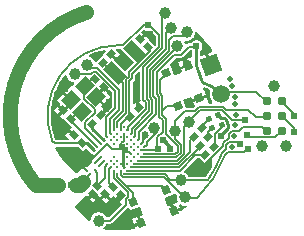
<source format=gtl>
%FSLAX24Y24*%
%MOIN*%
G70*
G01*
G75*
G04 Layer_Physical_Order=1*
G04 Layer_Color=255*
%ADD10C,0.0500*%
%ADD11C,0.0060*%
G04:AMPARAMS|DCode=12|XSize=19.7mil|YSize=23.6mil|CornerRadius=0mil|HoleSize=0mil|Usage=FLASHONLY|Rotation=225.000|XOffset=0mil|YOffset=0mil|HoleType=Round|Shape=Rectangle|*
%AMROTATEDRECTD12*
4,1,4,-0.0014,0.0153,0.0153,-0.0014,0.0014,-0.0153,-0.0153,0.0014,-0.0014,0.0153,0.0*
%
%ADD12ROTATEDRECTD12*%

G04:AMPARAMS|DCode=13|XSize=21.7mil|YSize=23.6mil|CornerRadius=0mil|HoleSize=0mil|Usage=FLASHONLY|Rotation=135.000|XOffset=0mil|YOffset=0mil|HoleType=Round|Shape=Rectangle|*
%AMROTATEDRECTD13*
4,1,4,0.0160,0.0007,-0.0007,-0.0160,-0.0160,-0.0007,0.0007,0.0160,0.0160,0.0007,0.0*
%
%ADD13ROTATEDRECTD13*%

%ADD14C,0.0394*%
G04:AMPARAMS|DCode=15|XSize=19.7mil|YSize=23.6mil|CornerRadius=0mil|HoleSize=0mil|Usage=FLASHONLY|Rotation=135.000|XOffset=0mil|YOffset=0mil|HoleType=Round|Shape=Rectangle|*
%AMROTATEDRECTD15*
4,1,4,0.0153,0.0014,-0.0014,-0.0153,-0.0153,-0.0014,0.0014,0.0153,0.0153,0.0014,0.0*
%
%ADD15ROTATEDRECTD15*%

%ADD16R,0.0236X0.0197*%
%ADD17C,0.0310*%
G04:AMPARAMS|DCode=18|XSize=39.4mil|YSize=70.9mil|CornerRadius=0mil|HoleSize=0mil|Usage=FLASHONLY|Rotation=45.000|XOffset=0mil|YOffset=0mil|HoleType=Round|Shape=Rectangle|*
%AMROTATEDRECTD18*
4,1,4,0.0111,-0.0390,-0.0390,0.0111,-0.0111,0.0390,0.0390,-0.0111,0.0111,-0.0390,0.0*
%
%ADD18ROTATEDRECTD18*%

G04:AMPARAMS|DCode=19|XSize=47.2mil|YSize=43.3mil|CornerRadius=0mil|HoleSize=0mil|Usage=FLASHONLY|Rotation=45.000|XOffset=0mil|YOffset=0mil|HoleType=Round|Shape=Rectangle|*
%AMROTATEDRECTD19*
4,1,4,-0.0014,-0.0320,-0.0320,-0.0014,0.0014,0.0320,0.0320,0.0014,-0.0014,-0.0320,0.0*
%
%ADD19ROTATEDRECTD19*%

%ADD20C,0.0071*%
%ADD21P,0.0251X4X65.0*%
%ADD22R,0.0256X0.0197*%
%ADD23C,0.0087*%
G04:AMPARAMS|DCode=24|XSize=25.6mil|YSize=27.6mil|CornerRadius=0mil|HoleSize=0mil|Usage=FLASHONLY|Rotation=110.000|XOffset=0mil|YOffset=0mil|HoleType=Round|Shape=Rectangle|*
%AMROTATEDRECTD24*
4,1,4,0.0173,-0.0073,-0.0086,-0.0167,-0.0173,0.0073,0.0086,0.0167,0.0173,-0.0073,0.0*
%
%ADD24ROTATEDRECTD24*%

G04:AMPARAMS|DCode=25|XSize=25.6mil|YSize=27.6mil|CornerRadius=0mil|HoleSize=0mil|Usage=FLASHONLY|Rotation=20.000|XOffset=0mil|YOffset=0mil|HoleType=Round|Shape=Rectangle|*
%AMROTATEDRECTD25*
4,1,4,-0.0073,-0.0173,-0.0167,0.0086,0.0073,0.0173,0.0167,-0.0086,-0.0073,-0.0173,0.0*
%
%ADD25ROTATEDRECTD25*%

%ADD26C,0.0100*%
%ADD27C,0.0150*%
%ADD28C,0.0050*%
%ADD29C,0.0080*%
%ADD30C,0.0090*%
%ADD31C,0.0200*%
%ADD32P,0.0835X4X335.0*%
%ADD33C,0.0591*%
%ADD34C,0.0390*%
%ADD35C,0.0240*%
G36*
X937Y-516D02*
X938Y-522D01*
X950Y-550D01*
X965Y-578D01*
X983Y-603D01*
X1004Y-626D01*
D01*
X1004Y-626D01*
X1004Y-626D01*
X1004Y-626D01*
X1004D01*
X1028Y-653D01*
X880Y-800D01*
X869Y-814D01*
X865Y-817D01*
X809Y-803D01*
X811Y-786D01*
Y-581D01*
X888Y-503D01*
X937Y-516D01*
D02*
G37*
G36*
X1530Y-699D02*
X1533Y-702D01*
X1533Y-702D01*
X1533Y-702D01*
X1686Y-855D01*
X1667Y-902D01*
X1529D01*
Y-922D01*
X1420D01*
Y-757D01*
X1436Y-741D01*
X1507Y-698D01*
X1530Y-699D01*
D02*
G37*
G36*
X-279Y826D02*
X-263Y842D01*
X-193Y772D01*
Y281D01*
X-365Y109D01*
X-387Y131D01*
X-541Y-23D01*
X-612Y48D01*
X-458Y202D01*
X-562Y307D01*
X-252Y617D01*
X-370Y735D01*
X-350Y755D01*
X-504Y910D01*
X-433Y980D01*
X-279Y826D01*
D02*
G37*
G36*
X828Y-3317D02*
X738Y-3350D01*
X819Y-3573D01*
X772Y-3590D01*
X789Y-3637D01*
X575Y-3715D01*
X585Y-3743D01*
X559Y-3785D01*
X480Y-3797D01*
X360Y-3810D01*
X240Y-3819D01*
X120Y-3825D01*
X0Y-3827D01*
X-120Y-3825D01*
X-240Y-3819D01*
X-360Y-3810D01*
X-480Y-3797D01*
X-501Y-3794D01*
X-510Y-3745D01*
X-492Y-3735D01*
X-467Y-3717D01*
X-444Y-3696D01*
X-423Y-3673D01*
X-405Y-3648D01*
X-390Y-3620D01*
X-384Y-3605D01*
X-260D01*
X-244Y-3604D01*
X-227Y-3600D01*
X-212Y-3594D01*
X-198Y-3585D01*
X-186Y-3574D01*
X317Y-3072D01*
X366Y-3082D01*
X395Y-3163D01*
X728Y-3042D01*
X828Y-3317D01*
D02*
G37*
G36*
X-641Y-2718D02*
X-619Y-2696D01*
X-591Y-2724D01*
X-451Y-2584D01*
X-416Y-2619D01*
X-380Y-2584D01*
X-226Y-2738D01*
X-159Y-2672D01*
X-66Y-2764D01*
X74Y-2624D01*
X145Y-2695D01*
X4Y-2835D01*
X123Y-2954D01*
X123D01*
Y-2954D01*
Y-2968D01*
X-304Y-3395D01*
X-384D01*
X-390Y-3380D01*
X-405Y-3352D01*
X-423Y-3327D01*
X-444Y-3304D01*
X-467Y-3283D01*
X-492Y-3265D01*
X-520Y-3250D01*
X-548Y-3238D01*
X-578Y-3230D01*
X-609Y-3224D01*
X-640Y-3223D01*
X-671Y-3224D01*
X-702Y-3230D01*
X-732Y-3238D01*
X-760Y-3250D01*
X-788Y-3265D01*
X-813Y-3283D01*
X-836Y-3304D01*
X-857Y-3327D01*
X-875Y-3352D01*
X-890Y-3380D01*
X-902Y-3408D01*
X-910Y-3438D01*
X-916Y-3469D01*
X-917Y-3495D01*
X-932Y-3501D01*
X-973Y-3503D01*
X-1432Y-3045D01*
X-1049Y-2662D01*
X-1006Y-2704D01*
X-866Y-2564D01*
X-831Y-2599D01*
X-795Y-2564D01*
X-641Y-2718D01*
D02*
G37*
G36*
X1974Y-2653D02*
X1970Y-2668D01*
X1964Y-2699D01*
X1963Y-2730D01*
X1964Y-2761D01*
X1970Y-2792D01*
X1978Y-2822D01*
X1990Y-2850D01*
X1992Y-2853D01*
X1974Y-2900D01*
X1829Y-2952D01*
X1893Y-3129D01*
X2061Y-3068D01*
X2031Y-2987D01*
X2065Y-2949D01*
X2068Y-2947D01*
X2092Y-2965D01*
X2120Y-2980D01*
X2148Y-2992D01*
X2178Y-3000D01*
X2209Y-3006D01*
X2240Y-3007D01*
X2271Y-3006D01*
X2294Y-3002D01*
X2314Y-3048D01*
X2249Y-3096D01*
X2151Y-3165D01*
X2140Y-3172D01*
X2102Y-3159D01*
X1881Y-3240D01*
X1864Y-3193D01*
X1817Y-3210D01*
X1735Y-2986D01*
X1678Y-3007D01*
X1633Y-2986D01*
X1557Y-2778D01*
X1578Y-2732D01*
X1878Y-2623D01*
X1878Y-2623D01*
Y-2623D01*
X1919Y-2597D01*
X1974Y-2653D01*
D02*
G37*
G36*
X3150Y-1422D02*
Y-1701D01*
X3100Y-1790D01*
X3040Y-1890D01*
X2977Y-1989D01*
X2946Y-2033D01*
X2355D01*
X2350Y-2020D01*
X2335Y-1992D01*
X2317Y-1967D01*
X2296Y-1944D01*
X2273Y-1923D01*
X2248Y-1905D01*
X2220Y-1890D01*
X2261Y-1792D01*
X2629Y-1425D01*
X2746D01*
X2914Y-1592D01*
X3104Y-1402D01*
X3150Y-1422D01*
D02*
G37*
G36*
X-1169Y-1195D02*
X-1082Y-1108D01*
X-1032D01*
X-884Y-1257D01*
X-868Y-1270D01*
X-851Y-1281D01*
X-832Y-1288D01*
X-815Y-1293D01*
X-814Y-1297D01*
X-809Y-1318D01*
X-801Y-1337D01*
X-790Y-1356D01*
X-776Y-1372D01*
X-776Y-1372D01*
X-774Y-1422D01*
X-815Y-1463D01*
X-822Y-1467D01*
X-837Y-1480D01*
X-850Y-1495D01*
X-860Y-1511D01*
X-867Y-1529D01*
X-872Y-1548D01*
X-873Y-1563D01*
X-1013Y-1703D01*
X-1028Y-1702D01*
X-1050Y-1704D01*
X-1072Y-1709D01*
X-1093Y-1718D01*
X-1112Y-1730D01*
X-1130Y-1744D01*
X-1145Y-1745D01*
X-1160Y-1730D01*
X-1347Y-1917D01*
X-1363Y-1917D01*
X-1376Y-1905D01*
X-1376D01*
X-1376Y-1905D01*
X-1376Y-1905D01*
X-1382Y-1902D01*
X-1455Y-1846D01*
X-1527Y-1787D01*
X-1596Y-1726D01*
X-1662Y-1662D01*
X-1726Y-1596D01*
X-1787Y-1527D01*
X-1846Y-1455D01*
X-1902Y-1382D01*
X-1954Y-1306D01*
X-2004Y-1228D01*
X-2051Y-1149D01*
X-2086Y-1082D01*
X-2061Y-1039D01*
X-1325D01*
X-1169Y-1195D01*
D02*
G37*
G36*
X740Y1444D02*
Y573D01*
X707Y540D01*
Y540D01*
X544Y377D01*
X498Y396D01*
Y1112D01*
X550Y1164D01*
X561Y1177D01*
X570Y1192D01*
X573Y1198D01*
X577Y1208D01*
X581Y1225D01*
X582Y1242D01*
Y1352D01*
X693Y1463D01*
X740Y1444D01*
D02*
G37*
G36*
X0Y2231D02*
X93D01*
X543Y1781D01*
X284Y1521D01*
X272Y1508D01*
X269Y1502D01*
X248Y1500D01*
X193Y1523D01*
X-137Y1852D01*
X-126Y1864D01*
X-266Y2004D01*
X-195Y2075D01*
X-55Y1934D01*
X64Y2053D01*
X-68Y2185D01*
X-50Y2231D01*
X-13Y2232D01*
X0Y2231D01*
D02*
G37*
G36*
X-404Y2147D02*
X-525Y2025D01*
X-511Y2011D01*
X-728Y1794D01*
X-777Y1804D01*
X-780Y1810D01*
X-795Y1838D01*
X-813Y1863D01*
X-834Y1886D01*
X-857Y1907D01*
X-882Y1925D01*
X-910Y1940D01*
X-938Y1952D01*
X-967Y1960D01*
X-968Y1964D01*
X-959Y2016D01*
X-897Y2044D01*
X-812Y2080D01*
X-725Y2112D01*
X-637Y2140D01*
X-548Y2164D01*
X-458Y2185D01*
X-427Y2191D01*
X-404Y2147D01*
D02*
G37*
G36*
X868Y2851D02*
X890Y2836D01*
X913Y2825D01*
X938Y2816D01*
X964Y2811D01*
X990Y2810D01*
X1016Y2811D01*
X1042Y2816D01*
X1067Y2825D01*
X1071Y2827D01*
X1260Y2638D01*
Y2341D01*
X1225Y2307D01*
X1011Y2521D01*
X1025Y2535D01*
X906Y2654D01*
X766Y2514D01*
X695Y2585D01*
X836Y2725D01*
X781Y2779D01*
X860Y2858D01*
X868Y2851D01*
D02*
G37*
G36*
X2461Y2188D02*
X2478Y2168D01*
X2480Y2167D01*
Y1961D01*
X2468Y1959D01*
X2468D01*
X2468Y1959D01*
X2292Y1895D01*
X2370Y1681D01*
X2323Y1664D01*
X2340Y1617D01*
X2116Y1535D01*
X2137Y1478D01*
X2116Y1433D01*
X1908Y1357D01*
X1862Y1378D01*
X1753Y1678D01*
X1753Y1678D01*
X1753D01*
X1727Y1719D01*
X1931Y1923D01*
X2095D01*
X2112Y1924D01*
X2129Y1928D01*
X2145Y1935D01*
X2160Y1944D01*
X2173Y1955D01*
X2408Y2190D01*
X2460D01*
X2461Y2188D01*
D02*
G37*
G36*
X-1715Y1357D02*
X-1710Y1328D01*
X-1702Y1298D01*
X-1690Y1270D01*
X-1675Y1242D01*
X-1657Y1217D01*
X-1636Y1194D01*
X-1613Y1173D01*
X-1588Y1155D01*
X-1560Y1140D01*
X-1532Y1128D01*
X-1502Y1120D01*
X-1471Y1114D01*
X-1465Y1114D01*
X-1448Y1067D01*
X-1537Y978D01*
X-1537Y978D01*
D01*
X-1560D01*
X-1563Y981D01*
X-1765Y778D01*
X-1541Y554D01*
X-1612Y484D01*
X-1836Y708D01*
X-2038Y505D01*
X-1920Y387D01*
X-1948Y359D01*
X-1793Y205D01*
X-1829Y170D01*
X-1793Y134D01*
X-1934Y-6D01*
X-1815Y-125D01*
X-1801Y-111D01*
X-1536Y-375D01*
X-1536D01*
Y-375D01*
Y-417D01*
X-1580Y-461D01*
X-1426Y-615D01*
X-1496Y-686D01*
X-1651Y-532D01*
X-1756Y-637D01*
X-1620Y-772D01*
X-1639Y-819D01*
X-2064D01*
X-2085Y-798D01*
X-2112Y-725D01*
X-2140Y-637D01*
X-2164Y-548D01*
X-2185Y-458D01*
X-2202Y-367D01*
X-2215Y-276D01*
X-2225Y-184D01*
X-2231Y-92D01*
X-2233Y0D01*
X-2231Y92D01*
X-2225Y184D01*
X-2215Y276D01*
X-2202Y367D01*
X-2185Y458D01*
X-2164Y548D01*
X-2140Y637D01*
X-2112Y725D01*
X-2080Y812D01*
X-2044Y897D01*
X-2006Y980D01*
X-1963Y1063D01*
X-1918Y1143D01*
X-1869Y1221D01*
X-1817Y1297D01*
X-1764Y1368D01*
X-1715Y1357D01*
D02*
G37*
G36*
X3044Y875D02*
X3075Y850D01*
X3066Y819D01*
X3059Y783D01*
X3056Y747D01*
X3056Y710D01*
X3060Y673D01*
X3067Y637D01*
X3078Y602D01*
X3092Y568D01*
X3110Y535D01*
X3130Y505D01*
X3150Y481D01*
Y398D01*
X3029D01*
X3021Y439D01*
Y439D01*
X3021Y439D01*
X2961Y607D01*
X2737Y525D01*
X2514Y444D01*
X2564Y305D01*
X2526Y266D01*
X2267D01*
X2172Y528D01*
X2447Y628D01*
X2480Y538D01*
X2703Y619D01*
X2926Y701D01*
X2866Y868D01*
X2866D01*
X2854Y873D01*
X2845Y923D01*
X2866Y943D01*
X3044Y875D01*
D02*
G37*
G36*
X2620Y2790D02*
X2706Y2706D01*
X2790Y2620D01*
X2871Y2531D01*
X2949Y2439D01*
X3024Y2346D01*
X3096Y2249D01*
X3150Y2173D01*
Y2113D01*
X3001Y2058D01*
X3136Y1687D01*
X3042Y1653D01*
X2907Y2024D01*
X2782Y1979D01*
X2741Y2007D01*
Y2150D01*
X2742Y2151D01*
X2762Y2168D01*
X2779Y2188D01*
X2794Y2210D01*
X2805Y2233D01*
X2814Y2258D01*
X2819Y2284D01*
X2820Y2310D01*
X2819Y2336D01*
X2814Y2362D01*
X2805Y2387D01*
X2794Y2410D01*
X2779Y2432D01*
X2762Y2452D01*
X2742Y2469D01*
X2720Y2484D01*
X2697Y2495D01*
X2672Y2504D01*
X2646Y2509D01*
X2620Y2510D01*
X2594Y2509D01*
X2568Y2504D01*
X2543Y2495D01*
X2520Y2484D01*
X2498Y2469D01*
X2478Y2452D01*
X2461Y2432D01*
X2447Y2411D01*
X2362D01*
X2345Y2410D01*
X2328Y2405D01*
X2312Y2399D01*
X2297Y2390D01*
X2291Y2384D01*
X2243Y2398D01*
X2242Y2402D01*
X2230Y2430D01*
X2216Y2456D01*
X2244Y2497D01*
X2259Y2494D01*
X2290Y2493D01*
X2321Y2494D01*
X2352Y2500D01*
X2382Y2508D01*
X2410Y2520D01*
X2438Y2535D01*
X2463Y2553D01*
X2486Y2574D01*
X2507Y2597D01*
X2525Y2622D01*
X2540Y2650D01*
X2552Y2678D01*
X2560Y2708D01*
X2566Y2739D01*
X2567Y2770D01*
X2567Y2775D01*
X2612Y2797D01*
X2620Y2790D01*
D02*
G37*
%LPC*%
G36*
X-416Y-2690D02*
X-520Y-2795D01*
X-402Y-2914D01*
X-297Y-2809D01*
X-416Y-2690D01*
D02*
G37*
G36*
X644Y-3384D02*
X477Y-3445D01*
X541Y-3621D01*
X708Y-3560D01*
X644Y-3384D01*
D02*
G37*
G36*
X2198Y1861D02*
X2021Y1796D01*
X2082Y1629D01*
X2259Y1693D01*
X2198Y1861D01*
D02*
G37*
G36*
X-2018Y289D02*
X-2123Y184D01*
X-2004Y65D01*
X-1899Y170D01*
X-2018Y289D01*
D02*
G37*
G36*
X-831Y-2670D02*
X-936Y-2775D01*
X-817Y-2894D01*
X-712Y-2789D01*
X-831Y-2670D01*
D02*
G37*
%LPD*%
D10*
X-1042Y3436D02*
G03*
X-2774Y-2279I1042J-3436D01*
G01*
X-1274Y-2306D02*
X-1174Y-2206D01*
X-2744Y-2300D02*
X-1990D01*
X-1411Y-2310D02*
X-1270D01*
D11*
X0Y2343D02*
G03*
X-2179Y-860I0J-2343D01*
G01*
X2639Y-2748D02*
G03*
X3577Y-1312I-2639J2748D01*
G01*
X3004Y-2143D02*
G03*
X3466Y-1265I-3004J2143D01*
G01*
X2362Y2301D02*
X2611D01*
X1290Y702D02*
Y1438D01*
X2095Y2033D02*
X2362Y2301D01*
X1885Y2033D02*
X2095D01*
X1290Y1438D02*
X1885Y2033D01*
X1180Y1484D02*
X1980Y2284D01*
X1180Y656D02*
Y1484D01*
X1980Y2284D02*
Y2310D01*
X1700Y2159D02*
Y2520D01*
X1070Y610D02*
Y1529D01*
X1700Y2159D01*
X1590Y2205D02*
Y2750D01*
X960Y565D02*
Y1575D01*
X1590Y2205D01*
X1480Y2250D02*
Y3340D01*
X850Y519D02*
Y1620D01*
X1480Y2250D01*
X1370Y2296D02*
Y2684D01*
X732Y1658D02*
X1370Y2296D01*
X732Y1658D02*
X732D01*
X472Y1398D02*
X732Y1658D01*
X472Y1242D02*
Y1398D01*
X388Y1158D02*
X472Y1242D01*
X388Y-50D02*
Y1158D01*
X362Y1443D02*
X1099Y2181D01*
X278Y86D02*
Y1203D01*
X362Y1288D02*
Y1443D01*
X278Y1203D02*
X362Y1288D01*
X856Y3010D02*
X990D01*
X187Y2342D02*
X856Y3010D01*
X0Y2342D02*
X187D01*
X-123Y-1833D02*
X-123Y-1833D01*
X1290Y-547D02*
Y-350D01*
X958Y-878D02*
X1290Y-547D01*
X700Y-786D02*
Y-535D01*
X578Y-681D02*
Y-488D01*
Y-681D02*
X580Y-683D01*
X958Y-970D02*
Y-878D01*
X38Y186D02*
Y854D01*
X-82Y235D02*
Y818D01*
X-1030Y1690D02*
X-910Y1570D01*
X-897Y1393D02*
X-830Y1460D01*
X-1437Y1393D02*
X-897D01*
X-1440Y1390D02*
X-1437Y1393D01*
X-21Y-212D02*
X278Y86D01*
X-1550Y-183D02*
Y-109D01*
Y-183D02*
X-680Y-1053D01*
X-1103Y-408D02*
X-569Y-942D01*
X-381Y-63D02*
X-82Y235D01*
X-261Y-113D02*
X38Y186D01*
X-141Y-162D02*
X158Y136D01*
X-21Y-376D02*
Y-212D01*
X99Y-288D02*
X434Y47D01*
X838Y-694D02*
X896Y-636D01*
X-381Y-684D02*
X-346Y-719D01*
X-141Y-479D02*
X-123Y-496D01*
X-21Y-376D02*
X-12Y-385D01*
X-777Y95D02*
Y204D01*
X-1103Y-231D02*
X-777Y95D01*
X838Y-871D02*
Y-694D01*
X767Y-942D02*
X838Y-871D01*
X336Y-482D02*
Y-390D01*
X460Y-581D02*
Y-436D01*
X884Y-1044D02*
X958Y-970D01*
X656Y-830D02*
X700Y-786D01*
X-1103Y-408D02*
Y-231D01*
X545Y-719D02*
X580Y-683D01*
X-1124Y551D02*
X-777Y204D01*
X879Y-1044D02*
X884D01*
X879Y-1050D02*
X884Y-1044D01*
X322Y-496D02*
X336Y-482D01*
X433Y-608D02*
X460Y-581D01*
X-865Y1230D02*
X-740D01*
X-1103Y992D02*
X-865Y1230D01*
X-1124Y972D02*
X-1103Y992D01*
X-1124Y551D02*
Y972D01*
X-1550Y-109D02*
X-1312Y129D01*
X-1187D01*
X-2110Y-929D02*
X-1183D01*
X-2179Y-860D02*
X-2110Y-929D01*
X0Y2342D02*
Y2343D01*
X578Y-488D02*
X1155Y89D01*
X460Y-436D02*
X1043Y147D01*
X336Y-390D02*
X932Y206D01*
X-263Y-115D02*
X-261Y-113D01*
X-263Y-579D02*
Y-115D01*
Y-579D02*
X-235Y-608D01*
X-381Y-684D02*
Y-63D01*
X-830Y1460D02*
X-724D01*
X-82Y818D01*
X-910Y1570D02*
X-679D01*
X-581Y1472D01*
X-580D01*
X38Y854D01*
X158Y136D02*
Y1094D01*
X-419Y1671D02*
X158Y1094D01*
X1480Y3340D02*
X1560Y3420D01*
X1044Y3010D02*
X1370Y2684D01*
X1590Y2750D02*
X1760Y2920D01*
X1700Y2520D02*
X1823Y2643D01*
X1875D01*
X1882Y2650D01*
X2170D01*
X2290Y2770D01*
X700Y-535D02*
X1273Y37D01*
X-141Y-479D02*
Y-162D01*
X1273Y37D02*
Y564D01*
X1155Y89D02*
Y526D01*
X1043Y147D02*
Y482D01*
X932Y206D02*
Y437D01*
X850Y519D02*
X932Y437D01*
X960Y565D02*
X1043Y482D01*
X1070Y610D02*
X1155Y526D01*
X1180Y656D02*
X1273Y564D01*
X2809Y-421D02*
Y-336D01*
X3036Y-110D01*
X3009Y-731D02*
Y-565D01*
X3150Y-424D01*
X1290Y702D02*
X1382Y609D01*
Y-33D02*
Y609D01*
Y-33D02*
X1490Y-140D01*
Y-532D02*
Y-140D01*
X1310Y-1057D02*
Y-712D01*
Y-1057D02*
X1353Y-1100D01*
X1310Y-712D02*
X1490Y-532D01*
X2226Y-2748D02*
Y-2744D01*
Y-2748D02*
X2639D01*
X2100Y-2140D02*
X2103Y-2143D01*
X3004D01*
X4200Y-1230D02*
X4330Y-1100D01*
X5860Y-560D02*
Y-400D01*
X5510Y-50D02*
X5860Y-400D01*
X5470Y-50D02*
X5510D01*
X4000Y-870D02*
X4070Y-940D01*
X4000Y-870D02*
X4100D01*
X5470Y450D02*
X5860Y60D01*
Y-30D02*
Y60D01*
X4030Y-510D02*
X4160Y-380D01*
X4800D02*
X4970Y-550D01*
X3795Y-510D02*
X4030D01*
X3464Y-390D02*
Y-310D01*
X3199Y-1041D02*
X3249Y-991D01*
Y-605D01*
X3464Y-390D01*
X3690Y-745D02*
Y-615D01*
X3510Y-925D02*
X3690Y-745D01*
X3657Y-1230D02*
X4200D01*
X3625Y-965D02*
X3720Y-870D01*
X4000D01*
X3690Y-615D02*
X3795Y-510D01*
X3510Y-1020D02*
Y-925D01*
X3465Y-1265D02*
X3620Y-1110D01*
X3580Y-1306D02*
X3657Y-1230D01*
X3620Y-970D02*
X3625Y-965D01*
X3620Y-1110D02*
Y-970D01*
X2850Y-1680D02*
X3510Y-1020D01*
X4160Y-380D02*
X4800D01*
X3480Y800D02*
X4620D01*
X4970Y450D01*
X1040Y-1164D02*
X1289D01*
X1353Y-1100D01*
D12*
X-1109Y-2321D02*
D03*
X-831Y-2599D02*
D03*
X-416Y-2619D02*
D03*
X-694Y-2341D02*
D03*
X-169Y-2381D02*
D03*
X109Y-2659D02*
D03*
X-1550Y-109D02*
D03*
X-1829Y170D02*
D03*
X-747Y1223D02*
D03*
X-468Y945D02*
D03*
X-1183Y-929D02*
D03*
X-1461Y-650D02*
D03*
X731Y2549D02*
D03*
X1009Y2271D02*
D03*
D13*
X2731Y-1009D02*
D03*
X3009Y-731D02*
D03*
X2531Y-699D02*
D03*
X2809Y-421D02*
D03*
X2921Y-1319D02*
D03*
X3199Y-1041D02*
D03*
D14*
X2100Y-2140D02*
D03*
X2360Y-220D02*
D03*
X-640Y-3500D02*
D03*
X-1440Y1390D02*
D03*
X-1030Y1690D02*
D03*
X1560Y3420D02*
D03*
X2290Y2770D02*
D03*
X1760Y2920D02*
D03*
X1980Y2310D02*
D03*
X1200Y-430D02*
D03*
X1890Y-500D02*
D03*
X2240Y-2730D02*
D03*
D15*
X-576Y12D02*
D03*
X-855Y-266D02*
D03*
X415Y-33D02*
D03*
X693Y245D02*
D03*
X-231Y2039D02*
D03*
X-509Y1761D02*
D03*
D16*
X1353Y-1100D02*
D03*
X1747Y-1100D02*
D03*
D17*
X5470Y500D02*
D03*
Y0D02*
D03*
Y-500D02*
D03*
X4970D02*
D03*
Y0D02*
D03*
Y500D02*
D03*
D18*
X-108Y1432D02*
D03*
X588Y2128D02*
D03*
D19*
X-714Y603D02*
D03*
X-1103Y992D02*
D03*
X-1187Y129D02*
D03*
X-1577Y519D02*
D03*
D20*
X879Y-1276D02*
D03*
X767Y-1387D02*
D03*
X656Y-1499D02*
D03*
X545Y-1610D02*
D03*
X433Y-1721D02*
D03*
X322Y-1833D02*
D03*
X211Y-1944D02*
D03*
X879Y-1053D02*
D03*
X767Y-1164D02*
D03*
X656Y-1276D02*
D03*
X545Y-1387D02*
D03*
X433Y-1499D02*
D03*
X322Y-1610D02*
D03*
X211Y-1721D02*
D03*
X99Y-1833D02*
D03*
X-12Y-1944D02*
D03*
X767Y-942D02*
D03*
X656Y-1053D02*
D03*
X545Y-1164D02*
D03*
X433Y-1276D02*
D03*
X322Y-1387D02*
D03*
X211Y-1499D02*
D03*
X99Y-1610D02*
D03*
X-12Y-1721D02*
D03*
X-123Y-1833D02*
D03*
X656Y-830D02*
D03*
X545Y-942D02*
D03*
X433Y-1053D02*
D03*
X-12Y-1499D02*
D03*
X-123Y-1610D02*
D03*
X-235Y-1721D02*
D03*
X545Y-719D02*
D03*
X433Y-830D02*
D03*
X322Y-942D02*
D03*
X-123Y-1387D02*
D03*
X-235Y-1499D02*
D03*
X-346Y-1610D02*
D03*
X433Y-608D02*
D03*
X322Y-719D02*
D03*
X211Y-830D02*
D03*
X-457Y-1499D02*
D03*
X322Y-496D02*
D03*
X211Y-608D02*
D03*
X99Y-719D02*
D03*
X-12Y-830D02*
D03*
X-123Y-942D02*
D03*
X-569Y-1387D02*
D03*
X211Y-385D02*
D03*
X99Y-496D02*
D03*
X-12Y-608D02*
D03*
X-123Y-719D02*
D03*
X-235Y-830D02*
D03*
X-346Y-942D02*
D03*
X-680Y-1276D02*
D03*
X-12Y-385D02*
D03*
X-123Y-496D02*
D03*
X-235Y-608D02*
D03*
X-346Y-719D02*
D03*
X-457Y-830D02*
D03*
X-569Y-942D02*
D03*
X-680Y-1053D02*
D03*
X-792Y-1164D02*
D03*
D21*
X3464Y-310D02*
D03*
X3350Y4D02*
D03*
X3036Y-110D02*
D03*
X3150Y-424D02*
D03*
D22*
X-1513Y-2300D02*
D03*
X-1887D02*
D03*
D23*
X-750Y-1568D02*
D03*
X-638Y-1679D02*
D03*
X-1028Y-1846D02*
D03*
X-777Y-1818D02*
D03*
X-917Y-1957D02*
D03*
D24*
X2323Y1664D02*
D03*
X1620Y1408D02*
D03*
X2720Y572D02*
D03*
X2017Y316D02*
D03*
D25*
X1864Y-3193D02*
D03*
X1608Y-2490D02*
D03*
X772Y-3590D02*
D03*
X516Y-2887D02*
D03*
D26*
X3110Y990D02*
X3431Y730D01*
X2801Y1107D02*
X3110Y990D01*
X2611Y1700D02*
X2801Y1107D01*
X2611Y1700D02*
Y2301D01*
X-1183Y-929D02*
X-1027D01*
X-792Y-1164D01*
X-714Y700D02*
X-468Y945D01*
X-1829Y170D02*
X-1577Y422D01*
X-855Y-433D02*
Y-266D01*
Y-433D02*
X-457Y-830D01*
X1747Y-1100D02*
Y-1057D01*
X1510Y-820D02*
X1747Y-1057D01*
X3350Y4D02*
X3451Y-96D01*
X3350Y599D02*
X3401Y650D01*
X3332Y730D02*
X3431D01*
X693Y527D02*
X710Y510D01*
X650Y288D02*
X693Y245D01*
X650Y288D02*
Y570D01*
X3451Y-690D02*
Y-639D01*
X3678Y-412D01*
X3451Y-96D02*
X3559D01*
X3610Y-148D02*
X3678Y-320D01*
Y-412D02*
Y-320D01*
X3559Y-96D02*
X3610Y-148D01*
D27*
X-520Y-2970D02*
Y-2910D01*
X-831Y-2599D02*
X-520Y-2910D01*
X-165Y-2879D02*
X-111D01*
X109Y-2659D01*
D28*
X-123Y-1833D02*
Y-1833D01*
Y-2092D02*
Y-1833D01*
Y-2092D02*
X342Y-2557D01*
X99Y-1990D02*
Y-1833D01*
Y-1990D02*
X164Y-2054D01*
X211Y-830D02*
Y-608D01*
X99Y-496D02*
Y-288D01*
X1607Y-627D02*
Y-109D01*
X1488Y11D02*
X1607Y-109D01*
X767Y-1164D02*
X1040D01*
X2400Y-830D02*
X2531Y-699D01*
X2400Y-1221D02*
Y-830D01*
X2585Y-1319D02*
X2921D01*
X2731Y-1032D02*
Y-1009D01*
X1995Y-1202D02*
Y-1015D01*
X1607Y-627D02*
X1995Y-1015D01*
X2095Y-1244D02*
Y-974D01*
X1890Y-769D02*
X2095Y-974D01*
X1890Y-769D02*
Y-500D01*
X2195Y-1285D02*
Y-385D01*
X2360Y-220D01*
X516Y-2887D02*
Y-2586D01*
X-12Y-2058D02*
Y-2020D01*
Y-1944D01*
X275Y-2345D02*
X1463D01*
X1608Y-2490D01*
X-12Y-2058D02*
X275Y-2345D01*
X516Y-2586D01*
X2200Y-2730D02*
X2240D01*
X1752Y-2140D02*
X2100D01*
X274Y-2770D02*
X342Y-2703D01*
Y-2557D01*
X-640Y-3500D02*
X-260D01*
X274Y-2966D01*
Y-2770D01*
X1395Y1183D02*
X1620Y1408D01*
X1395Y745D02*
X1488Y653D01*
X1395Y745D02*
Y1183D01*
X1644Y316D02*
X2017D01*
X1488Y160D02*
X1644Y316D01*
X1488Y11D02*
Y160D01*
Y653D01*
X3816Y-155D02*
X4245D01*
X3468Y193D02*
X3816Y-155D01*
X2743Y193D02*
X3468D01*
X2360Y-190D02*
X2743Y193D01*
X2360Y-220D02*
Y-190D01*
X3510Y293D02*
X3608Y195D01*
X4345D01*
X4590Y-50D01*
X4970D01*
X2702Y293D02*
X3510D01*
X2569Y161D02*
X2702Y293D01*
X1890Y-190D02*
X2241Y161D01*
X2569D01*
X1890Y-500D02*
Y-190D01*
X5240Y-730D02*
X5470Y-500D01*
X4410Y-730D02*
X5240D01*
X4340Y-660D02*
X4410Y-730D01*
X164Y-2054D02*
X1525D01*
X2200Y-2730D01*
X211Y-1944D02*
X1556D01*
X1752Y-2140D01*
X879Y-1276D02*
X1921D01*
X1995Y-1202D01*
X767Y-1387D02*
X1951D01*
X2095Y-1244D01*
X656Y-1499D02*
X1981D01*
X2195Y-1285D01*
X545Y-1610D02*
X2011D01*
X2400Y-1221D01*
X433Y-1721D02*
X2042D01*
X2731Y-1032D01*
X322Y-1833D02*
X2072D01*
X2585Y-1319D01*
D29*
X1490Y-860D02*
X1510Y-840D01*
X-714Y603D02*
X-481Y370D01*
X-360D01*
X-444Y-1707D02*
X-346Y-1610D01*
X-444Y-2091D02*
Y-1707D01*
X-694Y-2341D02*
X-444Y-2091D01*
X-777Y-1818D02*
X-694Y-1902D01*
Y-2341D02*
Y-1902D01*
X-787Y-1383D02*
X-346Y-942D01*
X-941Y-1383D02*
X-787D01*
X-639Y-1680D02*
X-457Y-1499D01*
X-1174Y-2206D02*
X-918Y-1957D01*
X-1200Y-1675D02*
X-1029Y-1846D01*
X-749Y-1568D02*
X-569Y-1387D01*
X-297Y-2253D02*
Y-1783D01*
Y-2253D02*
X-165Y-2385D01*
X-297Y-1783D02*
X-235Y-1721D01*
X51Y-1100D02*
X121Y-1030D01*
X-188Y-1100D02*
X51D01*
X-346Y-942D02*
X-188Y-1100D01*
X121Y-920D02*
X208Y-833D01*
X154Y-1064D02*
X188Y-1030D01*
X154Y-1064D02*
X255Y-1164D01*
X305Y-1214D01*
X372D02*
X433Y-1276D01*
X305Y-1214D02*
X372D01*
X121Y-1030D02*
X188D01*
X121D02*
Y-920D01*
D30*
X156Y-1667D02*
X211Y-1721D01*
X156Y-1263D02*
X255Y-1164D01*
X156Y-1667D02*
Y-1263D01*
D31*
X3800Y-1050D02*
D03*
X3810Y980D02*
D03*
X3940Y20D02*
D03*
X3920Y-330D02*
D03*
X3870Y-690D02*
D03*
X3920Y370D02*
D03*
X3890Y620D02*
D03*
X3740Y1230D02*
D03*
D32*
X3089Y1670D02*
D03*
D33*
X3431Y730D02*
D03*
D34*
X4820Y-1000D02*
D03*
X5620D02*
D03*
X5220Y1000D02*
D03*
D35*
X-280Y-3230D02*
D03*
X1510Y-820D02*
D03*
X-1770Y870D02*
D03*
X902Y-650D02*
D03*
X-380Y230D02*
D03*
X-165Y-2879D02*
D03*
X-941Y-1383D02*
D03*
X126Y-1033D02*
D03*
X-290Y460D02*
D03*
X255Y-1164D02*
D03*
X-1770Y-470D02*
D03*
X-2060Y-110D02*
D03*
X-1200Y-1675D02*
D03*
X650Y570D02*
D03*
X230Y1760D02*
D03*
X-710Y2020D02*
D03*
X1060Y2710D02*
D03*
X990Y3010D02*
D03*
X2620Y2310D02*
D03*
X660Y-3240D02*
D03*
X1760Y-2830D02*
D03*
X1930Y1470D02*
D03*
X2260Y1760D02*
D03*
X5860Y-560D02*
D03*
X4330Y-1100D02*
D03*
X5860Y-30D02*
D03*
X4320Y-640D02*
D03*
X4070Y-940D02*
D03*
X3451Y-690D02*
D03*
X-840Y-3080D02*
D03*
X4245Y-155D02*
D03*
X2360Y420D02*
D03*
X2720Y-1920D02*
D03*
M02*

</source>
